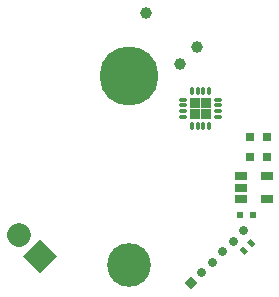
<source format=gbs>
G04 #@! TF.FileFunction,Soldermask,Bot*
%FSLAX46Y46*%
G04 Gerber Fmt 4.6, Leading zero omitted, Abs format (unit mm)*
G04 Created by KiCad (PCBNEW (2016-03-30 BZR 6657, Git fe53ec8)-product) date Sun 10 Apr 2016 07:10:41 PM PDT*
%MOMM*%
G01*
G04 APERTURE LIST*
%ADD10C,0.100000*%
%ADD11C,5.000000*%
%ADD12C,3.700000*%
%ADD13R,0.600000X0.500000*%
%ADD14R,0.800000X0.750000*%
%ADD15C,2.032000*%
%ADD16R,1.060000X0.650000*%
%ADD17O,0.750000X0.300000*%
%ADD18O,0.300000X0.750000*%
%ADD19R,0.900000X0.900000*%
%ADD20C,0.988060*%
%ADD21C,0.985520*%
%ADD22C,0.800000*%
G04 APERTURE END LIST*
D10*
D11*
X120000000Y-57000000D03*
D12*
X120000000Y-73000000D03*
D13*
X129400000Y-68800000D03*
X130500000Y-68800000D03*
D14*
X131700000Y-62200000D03*
X130200000Y-62200000D03*
X131700000Y-63900000D03*
X130200000Y-63900000D03*
D10*
G36*
X112450000Y-70813159D02*
X113886841Y-72250000D01*
X112450000Y-73686841D01*
X111013159Y-72250000D01*
X112450000Y-70813159D01*
X112450000Y-70813159D01*
G37*
D15*
X110653949Y-70453949D02*
X110653949Y-70453949D01*
D16*
X129450000Y-67400000D03*
X129450000Y-66450000D03*
X129450000Y-65500000D03*
X131650000Y-65500000D03*
X131650000Y-67400000D03*
D17*
X127525000Y-59000000D03*
X127525000Y-59500000D03*
X127525000Y-60000000D03*
X127525000Y-60500000D03*
D18*
X126800000Y-61225000D03*
X126300000Y-61225000D03*
X125800000Y-61225000D03*
X125300000Y-61225000D03*
D17*
X124575000Y-60500000D03*
X124575000Y-60000000D03*
X124575000Y-59500000D03*
X124575000Y-59000000D03*
D18*
X125300000Y-58275000D03*
X125800000Y-58275000D03*
X126300000Y-58275000D03*
X126800000Y-58275000D03*
D19*
X125600000Y-60200000D03*
X125600000Y-59300000D03*
X126500000Y-60200000D03*
X126500000Y-59300000D03*
D10*
G36*
X130297487Y-70778249D02*
X130721751Y-71202513D01*
X130438909Y-71485355D01*
X130014645Y-71061091D01*
X130297487Y-70778249D01*
X130297487Y-70778249D01*
G37*
G36*
X129661091Y-71414645D02*
X130085355Y-71838909D01*
X129802513Y-72121751D01*
X129378249Y-71697487D01*
X129661091Y-71414645D01*
X129661091Y-71414645D01*
G37*
D20*
X121403949Y-51653949D03*
D21*
X125714472Y-54527631D03*
X124277631Y-55964472D03*
D10*
G36*
X125250000Y-75065685D02*
X124684315Y-74500000D01*
X125250000Y-73934315D01*
X125815685Y-74500000D01*
X125250000Y-75065685D01*
X125250000Y-75065685D01*
G37*
D22*
X126133883Y-73616117D02*
X126133883Y-73616117D01*
X127017767Y-72732233D02*
X127017767Y-72732233D01*
X127901650Y-71848350D02*
X127901650Y-71848350D01*
X128785534Y-70964466D02*
X128785534Y-70964466D01*
X129669417Y-70080583D02*
X129669417Y-70080583D01*
M02*

</source>
